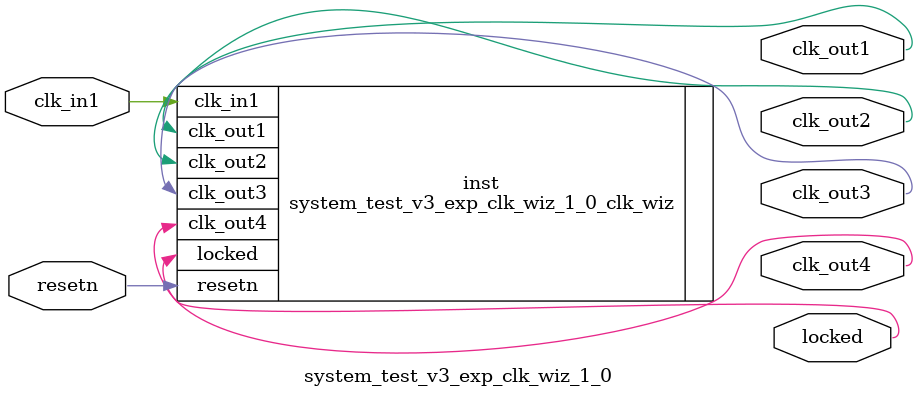
<source format=v>


`timescale 1ps/1ps

(* CORE_GENERATION_INFO = "system_test_v3_exp_clk_wiz_1_0,clk_wiz_v6_0_10_0_0,{component_name=system_test_v3_exp_clk_wiz_1_0,use_phase_alignment=true,use_min_o_jitter=false,use_max_i_jitter=false,use_dyn_phase_shift=false,use_inclk_switchover=false,use_dyn_reconfig=false,enable_axi=0,feedback_source=FDBK_AUTO,PRIMITIVE=MMCM,num_out_clk=4,clkin1_period=8.000,clkin2_period=10.0,use_power_down=false,use_reset=true,use_locked=true,use_inclk_stopped=false,feedback_type=SINGLE,CLOCK_MGR_TYPE=NA,manual_override=false}" *)

module system_test_v3_exp_clk_wiz_1_0 
 (
  // Clock out ports
  output        clk_out1,
  output        clk_out2,
  output        clk_out3,
  output        clk_out4,
  // Status and control signals
  input         resetn,
  output        locked,
 // Clock in ports
  input         clk_in1
 );

  system_test_v3_exp_clk_wiz_1_0_clk_wiz inst
  (
  // Clock out ports  
  .clk_out1(clk_out1),
  .clk_out2(clk_out2),
  .clk_out3(clk_out3),
  .clk_out4(clk_out4),
  // Status and control signals               
  .resetn(resetn), 
  .locked(locked),
 // Clock in ports
  .clk_in1(clk_in1)
  );

endmodule

</source>
